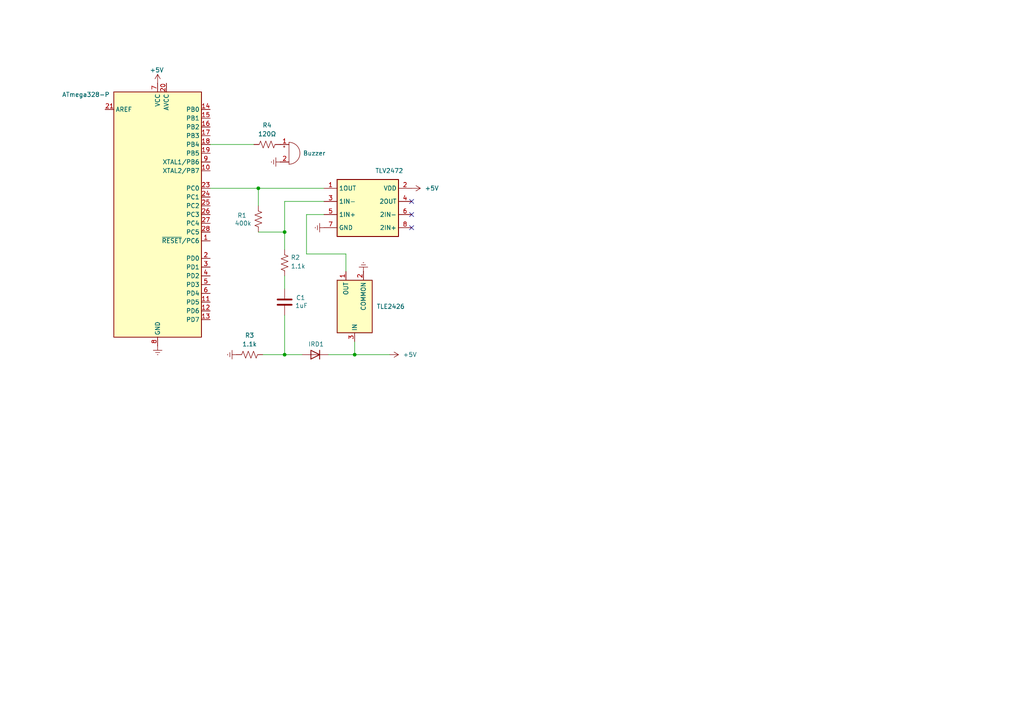
<source format=kicad_sch>
(kicad_sch (version 20250114) (generator "eeschema") (generator_version "9.0")
  (paper "A4")
  (lib_symbols
    (symbol "Device:Buzzer" (pin_names (offset 0.0254) (hide yes))
      (property "Reference" "BZ" (at 3.81 1.27 0))
      (property "Value" "Buzzer" (at 3.81 -1.27 0))
      (symbol "Buzzer_0_1"
        (polyline (pts (xy -1.651 1.905) (xy -1.143 1.905)))
        (polyline (pts (xy -1.397 2.159) (xy -1.397 1.651)))
        (arc (start 0 3.175) (mid 3.1612 0) (end 0 -3.175))
        (polyline (pts (xy 0 3.175) (xy 0 -3.175)))
      )
      (symbol "Buzzer_1_1"
        (pin passive line (at -2.54 2.54 0) (length 2.54) (name "+") (number "1"))
        (pin passive line (at -2.54 -2.54 0) (length 2.54) (name "-") (number "2"))
      )
    )
    (symbol "Device:C" (pin_numbers (hide yes)) (pin_names (offset 0.254))
      (property "Reference" "C" (at 0.635 2.54 0))
      (property "Value" "C" (at 0.635 -2.54 0))
      (symbol "C_0_1"
        (polyline (pts (xy -2.032 0.762) (xy 2.032 0.762)) (stroke (width 0.508)))
        (polyline (pts (xy -2.032 -0.762) (xy 2.032 -0.762)) (stroke (width 0.508)))
      )
      (symbol "C_1_1"
        (pin passive line (at 0 3.81 270) (length 2.794) (name "~") (number "1"))
        (pin passive line (at 0 -3.81 90) (length 2.794) (name "~") (number "2"))
      )
    )
    (symbol "Device:R_US" (pin_numbers (hide yes)) (pin_names (offset 0))
      (property "Reference" "R" (at 2.54 0 90))
      (property "Value" "R_US" (at -2.54 0 90))
      (symbol "R_US_0_1"
        (polyline (pts (xy 0 2.286) (xy 0 2.54)))
        (polyline (pts (xy 0 2.286) (xy 1.016 1.905) (xy 0 1.524) (xy -1.016 1.143) (xy 0 0.762)))
        (polyline (pts (xy 0 0.762) (xy 1.016 0.381) (xy 0 0) (xy -1.016 -0.381) (xy 0 -0.762)))
        (polyline (pts (xy 0 -0.762) (xy 1.016 -1.143) (xy 0 -1.524) (xy -1.016 -1.905) (xy 0 -2.286)))
        (polyline (pts (xy 0 -2.286) (xy 0 -2.54)))
      )
      (symbol "R_US_1_1"
        (pin passive line (at 0 3.81 270) (length 1.27) (name "~") (number "1"))
        (pin passive line (at 0 -3.81 90) (length 1.27) (name "~") (number "2"))
      )
    )
    (symbol "Diode:1N4148WT" (pin_numbers (hide yes)) (pin_names (hide yes))
      (property "Reference" "D" (at 0 2.54 0))
      (property "Value" "1N4148WT" (at 0 -2.54 0))
      (symbol "1N4148WT_0_1"
        (polyline (pts (xy -1.27 1.27) (xy -1.27 -1.27)) (stroke (width 0.254)))
        (polyline (pts (xy 1.27 1.27) (xy 1.27 -1.27) (xy -1.27 0) (xy 1.27 1.27)) (stroke (width 0.254)))
        (polyline (pts (xy 1.27 0) (xy -1.27 0)))
      )
      (symbol "1N4148WT_1_1"
        (pin passive line (at -3.81 0 0) (length 2.54) (name "K") (number "1"))
        (pin passive line (at 3.81 0 180) (length 2.54) (name "A") (number "2"))
      )
    )
    (symbol "MCU_Microchip_ATmega:ATmega328-P"
      (property "Reference" "U" (at -12.7 36.83 0))
      (property "Value" "ATmega328-P" (at 2.54 -36.83 0))
      (symbol "ATmega328-P_0_1"
        (rectangle (start -12.7 -35.56) (end 12.7 35.56) (stroke (width 0.254)) (fill (type background)))
      )
      (symbol "ATmega328-P_1_1"
        (pin passive line (at -15.24 30.48 0) (length 2.54) (name "AREF") (number "21"))
        (pin power_in line (at 0 38.1 270) (length 2.54) (name "VCC") (number "7"))
        (pin passive line (at 0 -38.1 90) (length 2.54) (hide yes) (name "GND") (number "22"))
        (pin power_in line (at 0 -38.1 90) (length 2.54) (name "GND") (number "8"))
        (pin power_in line (at 2.54 38.1 270) (length 2.54) (name "AVCC") (number "20"))
        (pin bidirectional line (at 15.24 30.48 180) (length 2.54) (name "PB0") (number "14"))
        (pin bidirectional line (at 15.24 27.94 180) (length 2.54) (name "PB1") (number "15"))
        (pin bidirectional line (at 15.24 25.4 180) (length 2.54) (name "PB2") (number "16"))
        (pin bidirectional line (at 15.24 22.86 180) (length 2.54) (name "PB3") (number "17"))
        (pin bidirectional line (at 15.24 20.32 180) (length 2.54) (name "PB4") (number "18"))
        (pin bidirectional line (at 15.24 17.78 180) (length 2.54) (name "PB5") (number "19"))
        (pin bidirectional line (at 15.24 15.24 180) (length 2.54) (name "XTAL1/PB6") (number "9"))
        (pin bidirectional line (at 15.24 12.7 180) (length 2.54) (name "XTAL2/PB7") (number "10"))
        (pin bidirectional line (at 15.24 7.62 180) (length 2.54) (name "PC0") (number "23"))
        (pin bidirectional line (at 15.24 5.08 180) (length 2.54) (name "PC1") (number "24"))
        (pin bidirectional line (at 15.24 2.54 180) (length 2.54) (name "PC2") (number "25"))
        (pin bidirectional line (at 15.24 0 180) (length 2.54) (name "PC3") (number "26"))
        (pin bidirectional line (at 15.24 -2.54 180) (length 2.54) (name "PC4") (number "27"))
        (pin bidirectional line (at 15.24 -5.08 180) (length 2.54) (name "PC5") (number "28"))
        (pin bidirectional line (at 15.24 -7.62 180) (length 2.54) (name "~{RESET}/PC6") (number "1"))
        (pin bidirectional line (at 15.24 -12.7 180) (length 2.54) (name "PD0") (number "2"))
        (pin bidirectional line (at 15.24 -15.24 180) (length 2.54) (name "PD1") (number "3"))
        (pin bidirectional line (at 15.24 -17.78 180) (length 2.54) (name "PD2") (number "4"))
        (pin bidirectional line (at 15.24 -20.32 180) (length 2.54) (name "PD3") (number "5"))
        (pin bidirectional line (at 15.24 -22.86 180) (length 2.54) (name "PD4") (number "6"))
        (pin bidirectional line (at 15.24 -25.4 180) (length 2.54) (name "PD5") (number "11"))
        (pin bidirectional line (at 15.24 -27.94 180) (length 2.54) (name "PD6") (number "12"))
        (pin bidirectional line (at 15.24 -30.48 180) (length 2.54) (name "PD7") (number "13"))
      )
    )
    (symbol "Reference_Voltage:TLE2425xD"
      (property "Value" "TLE2426" (at 0 7.62 0))
      (symbol "TLE2425xD_0_1"
        (rectangle (start 7.62 -5.08) (end -7.62 5.08) (stroke (width 0.254)) (fill (type background)))
      )
      (symbol "TLE2425xD_1_1"
        (pin power_in line (at -10.16 0 0) (length 2.54) (name "IN") (number "3"))
        (pin no_connect line (at -7.62 2.54 0) (length 2.54) (hide yes) (name "NC") (number "8"))
        (pin no_connect line (at -7.62 -2.54 0) (length 2.54) (hide yes) (name "NC") (number "4"))
        (pin no_connect line (at -5.08 -5.08 90) (length 2.54) (hide yes) (name "NC") (number "5"))
        (pin no_connect line (at 7.62 2.54 180) (length 2.54) (hide yes) (name "NC") (number "6"))
        (pin no_connect line (at 7.62 -2.54 180) (length 2.54) (hide yes) (name "NC") (number "7"))
        (pin power_out line (at 10.16 2.54 180) (length 2.54) (name "OUT") (number "1"))
        (pin power_in line (at 10.16 -2.54 180) (length 2.54) (name "COMMON") (number "2"))
      )
    )
    (symbol "Timer:LM555xM"
      (property "Reference" "U2" (at 2.1433 12.7 0))
      (property "Value" "TLV2472" (at 2.1433 10.16 0))
      (symbol "LM555xM_0_1"
        (rectangle (start -8.89 7.62) (end 8.89 -8.89) (stroke (width 0.254)) (fill (type background)))
        (rectangle (start -8.89 7.62) (end 8.89 -8.89) (stroke (width 0.254)) (fill (type background)))
      )
      (symbol "LM555xM_1_0"
        (pin power_in line (at 12.7 -6.35 180) (length 3.81) (name "2IN+") (number "8"))
      )
      (symbol "LM555xM_1_1"
        (pin input line (at -12.7 5.08 0) (length 3.81) (name "1OUT") (number "1"))
        (pin input line (at -12.7 1.27 0) (length 3.81) (name "1IN-") (number "3"))
        (pin input line (at -12.7 -2.54 0) (length 3.81) (name "1IN+") (number "5"))
        (pin input line (at -12.7 -6.35 0) (length 3.81) (name "GND") (number "7"))
        (pin output line (at 12.7 5.08 180) (length 3.81) (name "VDD") (number "2"))
        (pin input line (at 12.7 1.27 180) (length 3.81) (name "2OUT") (number "4"))
        (pin input line (at 12.7 -2.54 180) (length 3.81) (name "2IN-") (number "6"))
      )
    )
    (symbol "power:+5V" (power) (pin_numbers (hide yes)) (pin_names (offset 0) (hide yes))
      (property "Value" "+5V" (at 0 3.556 0))
      (symbol "+5V_0_1"
        (polyline (pts (xy -0.762 1.27) (xy 0 2.54)))
        (polyline (pts (xy 0 2.54) (xy 0.762 1.27)))
        (polyline (pts (xy 0 0) (xy 0 2.54)))
      )
      (symbol "+5V_1_1"
        (pin power_in line (at 0 0 90) (length 0) (name "~") (number "1"))
      )
    )
    (symbol "power:Earth" (power) (pin_numbers (hide yes)) (pin_names (offset 0) (hide yes))
      (property "Value" "Earth" (at 0 -3.81 0))
      (symbol "Earth_0_1"
        (polyline (pts (xy -0.635 -1.905) (xy 0.635 -1.905)))
        (polyline (pts (xy -0.127 -2.54) (xy 0.127 -2.54)))
        (polyline (pts (xy 0 -1.27) (xy 0 0)))
        (polyline (pts (xy 1.27 -1.27) (xy -1.27 -1.27)))
      )
      (symbol "Earth_1_1"
        (pin power_in line (at 0 0 270) (length 0) (name "~") (number "1"))
      )
    )
  )
  (junction (at 102.87 102.87))
  (junction (at 82.55 67.31))
  (junction (at 82.55 102.87))
  (junction (at 74.93 54.61))
  (no_connect (at 119.38 58.42))
  (no_connect (at 119.38 66.04))
  (no_connect (at 119.38 62.23))
  (wire (pts (xy 76.2 102.87) (xy 82.55 102.87)))
  (wire (pts (xy 88.9 73.66) (xy 88.9 62.23)))
  (wire (pts (xy 82.55 67.31) (xy 82.55 58.42)))
  (wire (pts (xy 82.55 102.87) (xy 87.63 102.87)))
  (wire (pts (xy 74.93 67.31) (xy 82.55 67.31)))
  (wire (pts (xy 74.93 54.61) (xy 74.93 59.69)))
  (wire (pts (xy 100.33 78.74) (xy 100.33 73.66)))
  (wire (pts (xy 60.96 41.91) (xy 73.66 41.91)))
  (wire (pts (xy 102.87 102.87) (xy 113.03 102.87)))
  (wire (pts (xy 60.96 54.61) (xy 74.93 54.61)))
  (wire (pts (xy 88.9 62.23) (xy 93.98 62.23)))
  (wire (pts (xy 82.55 72.39) (xy 82.55 67.31)))
  (wire (pts (xy 102.87 102.87) (xy 102.87 99.06)))
  (wire (pts (xy 100.33 73.66) (xy 88.9 73.66)))
  (wire (pts (xy 82.55 58.42) (xy 93.98 58.42)))
  (wire (pts (xy 95.25 102.87) (xy 102.87 102.87)))
  (wire (pts (xy 82.55 80.01) (xy 82.55 83.82)))
  (wire (pts (xy 74.93 54.61) (xy 93.98 54.61)))
  (wire (pts (xy 82.55 91.44) (xy 82.55 102.87)))
  (symbol (lib_id "power:+5V") (at 45.72 24.13 0) (unit 1)
    (property "Reference" "#PWR01" (effects (hide yes)))
    (property "Value" "+5V" (at 45.466 20.32 0))
    (property "Description" "Power symbol creates a global label with name \"+5V\"" (effects (hide yes)))
  )
  (symbol (lib_id "power:Earth") (at 45.72 100.33 0) (unit 1)
    (property "Reference" "#PWR02" (effects (hide yes)))
    (property "Value" "Ground" (effects (hide yes)))
    (property "Description" "Power symbol creates a global label with name \"Earth\"" (effects (hide yes)))
  )
  (symbol (lib_id "Device:R_US") (at 74.93 63.5 0) (unit 1)
    (property "Reference" "R1" (at 68.834 62.484 0) (effects (justify left)))
    (property "Value" "400k" (at 68.072 64.77 0) (effects (justify left)))
    (property "Description" "Resistor, US symbol" (effects (hide yes)))
  )
  (symbol (lib_id "Reference_Voltage:TLE2425xD") (at 102.87 88.9 90) (unit 1)
    (property "Reference" "U3" (effects (hide yes)))
    (property "Value" "TLE2426" (at 109.22 88.8999 90) (effects (justify right)))
    (property "Footprint" "Package_SO:SOIC-8_3.9x4.9mm_P1.27mm" (effects (hide yes)))
    (property "Datasheet" "http://www.ti.com/lit/ds/symlink/tle2425.pdf" (effects (hide yes)))
    (property "Description" "Precision virtual ground, 2.5V output, SOIC-8" (effects (hide yes)))
  )
  (symbol (lib_id "MCU_Microchip_ATmega:ATmega328-P") (at 45.72 62.23 0) (unit 1)
    (property "Reference" "U1" (effects (hide yes)))
    (property "Value" "ATmega328-P" (at 24.892 27.432 0))
    (property "Footprint" "Package_DIP:DIP-28_W7.62mm" (effects (hide yes)))
    (property "Datasheet" "http://ww1.microchip.com/downloads/en/DeviceDoc/ATmega328_P%20AVR%20MCU%20with%20picoPower%20Technology%20Data%20Sheet%2040001984A.pdf" (effects (hide yes)))
    (property "Description" "20MHz, 32kB Flash, 2kB SRAM, 1kB EEPROM, DIP-28" (effects (hide yes)))
  )
  (symbol (lib_id "Device:C") (at 82.55 87.63 0) (unit 1)
    (property "Reference" "C1" (at 85.852 86.36 0) (effects (justify left)))
    (property "Value" "1uF" (at 85.598 88.646 0) (effects (justify left)))
    (property "Description" "Unpolarized capacitor" (effects (hide yes)))
  )
  (symbol (lib_id "Device:R_US") (at 77.47 41.91 270) (unit 1)
    (property "Reference" "R4" (at 77.47 36.322 90))
    (property "Value" "120Ω" (at 77.47 38.862 90))
    (property "Description" "Resistor, US symbol" (effects (hide yes)))
  )
  (symbol (lib_id "Timer:LM555xM") (at 106.68 59.69 0) (unit 1)
    (property "Reference" "U2" (effects (hide yes)))
    (property "Value" "TLV2472" (at 108.8233 49.53 0) (effects (justify left)))
    (property "Footprint" "Package_SO:SOIC-8_3.9x4.9mm_P1.27mm" (effects (hide yes)))
    (property "Datasheet" "http://www.ti.com/lit/ds/symlink/lm555.pdf" (effects (hide yes)))
    (property "Description" "Timer, 555 compatible, SOIC-8" (effects (hide yes)))
  )
  (symbol (lib_id "power:+5V") (at 113.03 102.87 270) (unit 1)
    (property "Reference" "#PWR06" (effects (hide yes)))
    (property "Value" "+5V" (at 116.84 102.8699 90) (effects (justify left)))
    (property "Description" "Power symbol creates a global label with name \"+5V\"" (effects (hide yes)))
  )
  (symbol (lib_id "power:Earth") (at 105.41 78.74 180) (unit 1)
    (property "Reference" "#PWR07" (effects (hide yes)))
    (property "Value" "Ground" (effects (hide yes)))
    (property "Description" "Power symbol creates a global label with name \"Earth\"" (effects (hide yes)))
  )
  (symbol (lib_id "Diode:1N4148WT") (at 91.44 102.87 180) (unit 1)
    (property "Reference" "IRD1" (at 91.694 99.822 0))
    (property "Footprint" "Diode_SMD:D_SOD-523" (effects (hide yes)))
    (property "Datasheet" "https://www.diodes.com/assets/Datasheets/ds30396.pdf" (effects (hide yes)))
    (property "Description" "75V 0.15A Fast switching Diode, SOD-523" (effects (hide yes)))
    (property "Sim.Device" "D" (effects (hide yes)))
    (property "Sim.Pins" "1=K 2=A" (effects (hide yes)))
  )
  (symbol (lib_id "Device:R_US") (at 82.55 76.2 0) (unit 1)
    (property "Reference" "R2" (at 84.328 74.676 0) (effects (justify left)))
    (property "Value" "1.1k" (at 84.328 77.216 0) (effects (justify left)))
    (property "Description" "Resistor, US symbol" (effects (hide yes)))
  )
  (symbol (lib_id "power:Earth") (at 68.58 102.87 270) (unit 1)
    (property "Reference" "#PWR05" (effects (hide yes)))
    (property "Value" "Ground" (effects (hide yes)))
    (property "Description" "Power symbol creates a global label with name \"Earth\"" (effects (hide yes)))
  )
  (symbol (lib_id "power:Earth") (at 81.28 46.99 270) (unit 1)
    (property "Reference" "#PWR08" (effects (hide yes)))
    (property "Value" "Ground" (effects (hide yes)))
    (property "Description" "Power symbol creates a global label with name \"Earth\"" (effects (hide yes)))
  )
  (symbol (lib_id "Device:Buzzer") (at 83.82 44.45 0) (unit 1)
    (property "Reference" "BZ1" (effects (hide yes)))
    (property "Value" "Buzzer" (at 87.884 44.45 0) (effects (justify left)))
    (property "Description" "Buzzer, polarized" (effects (hide yes)))
  )
  (symbol (lib_id "power:+5V") (at 119.38 54.61 270) (unit 1)
    (property "Reference" "#PWR04" (effects (hide yes)))
    (property "Value" "+5V" (at 123.19 54.6099 90) (effects (justify left)))
    (property "Description" "Power symbol creates a global label with name \"+5V\"" (effects (hide yes)))
  )
  (symbol (lib_id "Device:R_US") (at 72.39 102.87 270) (unit 1)
    (property "Reference" "R3" (at 72.39 97.282 90))
    (property "Value" "1.1k" (at 72.39 99.822 90))
    (property "Description" "Resistor, US symbol" (effects (hide yes)))
  )
  (symbol (lib_id "power:Earth") (at 93.98 66.04 270) (unit 1)
    (property "Reference" "#PWR03" (effects (hide yes)))
    (property "Value" "Ground" (effects (hide yes)))
    (property "Description" "Power symbol creates a global label with name \"Earth\"" (effects (hide yes)))
  )
)
</source>
